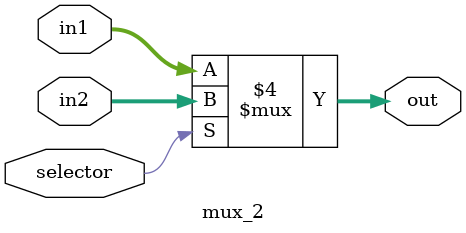
<source format=v>
module mux_2(selector, in1, in2, out);
  input selector;
  input [4:0] in1, in2;
  output reg [4:0] out;
  
  always @ (*) begin
    if(selector == 0)
      out = in1;
    else
      out = in2;
  end
endmodule
</source>
